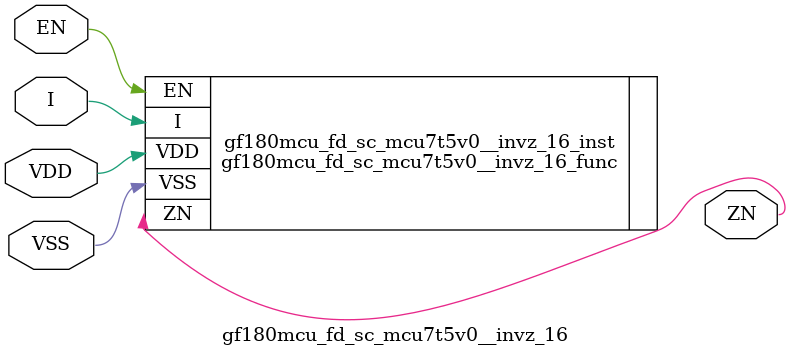
<source format=v>

module gf180mcu_fd_sc_mcu7t5v0__invz_16( EN, I, ZN, VDD, VSS );
input EN, I;
inout VDD, VSS;
output ZN;

   `ifdef FUNCTIONAL  //  functional //

	gf180mcu_fd_sc_mcu7t5v0__invz_16_func gf180mcu_fd_sc_mcu7t5v0__invz_16_behav_inst(.EN(EN),.I(I),.ZN(ZN),.VDD(VDD),.VSS(VSS));

   `else

	gf180mcu_fd_sc_mcu7t5v0__invz_16_func gf180mcu_fd_sc_mcu7t5v0__invz_16_inst(.EN(EN),.I(I),.ZN(ZN),.VDD(VDD),.VSS(VSS));

	// spec_gates_begin


	// spec_gates_end



   specify

	// specify_block_begin

	// comb arc EN --> ZN
	 (EN => ZN) = (1.0,1.0);

	// comb arc I --> ZN
	 (I => ZN) = (1.0,1.0);

	// specify_block_end

   endspecify

   `endif

endmodule

</source>
